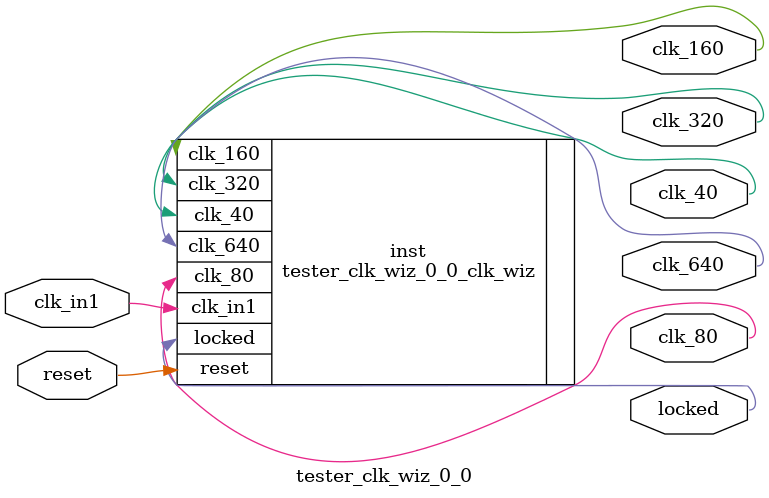
<source format=v>


`timescale 1ps/1ps

(* CORE_GENERATION_INFO = "tester_clk_wiz_0_0,clk_wiz_v6_0_2_0_0,{component_name=tester_clk_wiz_0_0,use_phase_alignment=false,use_min_o_jitter=false,use_max_i_jitter=false,use_dyn_phase_shift=false,use_inclk_switchover=false,use_dyn_reconfig=false,enable_axi=0,feedback_source=FDBK_AUTO,PRIMITIVE=MMCM,num_out_clk=5,clkin1_period=10.000,clkin2_period=10.000,use_power_down=false,use_reset=true,use_locked=true,use_inclk_stopped=false,feedback_type=SINGLE,CLOCK_MGR_TYPE=NA,manual_override=false}" *)

module tester_clk_wiz_0_0 
 (
  // Clock out ports
  output        clk_320,
  output        clk_40,
  output        clk_80,
  output        clk_160,
  output        clk_640,
  // Status and control signals
  input         reset,
  output        locked,
 // Clock in ports
  input         clk_in1
 );

  tester_clk_wiz_0_0_clk_wiz inst
  (
  // Clock out ports  
  .clk_320(clk_320),
  .clk_40(clk_40),
  .clk_80(clk_80),
  .clk_160(clk_160),
  .clk_640(clk_640),
  // Status and control signals               
  .reset(reset), 
  .locked(locked),
 // Clock in ports
  .clk_in1(clk_in1)
  );

endmodule

</source>
